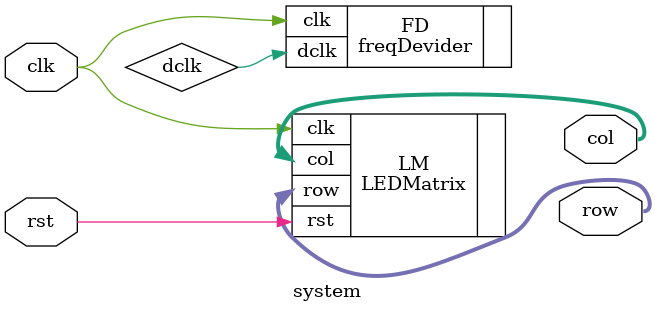
<source format=v>
module system(clk, rst, row, col);
	input clk, rst;
	
	output[7:0]row, col;
	
	wire dclk;
	
	freqDevider FD(.clk(clk), .dclk(dclk));
	LEDMatrix LM(.clk(clk), .rst(rst), .row(row), .col(col));
	
endmodule
</source>
